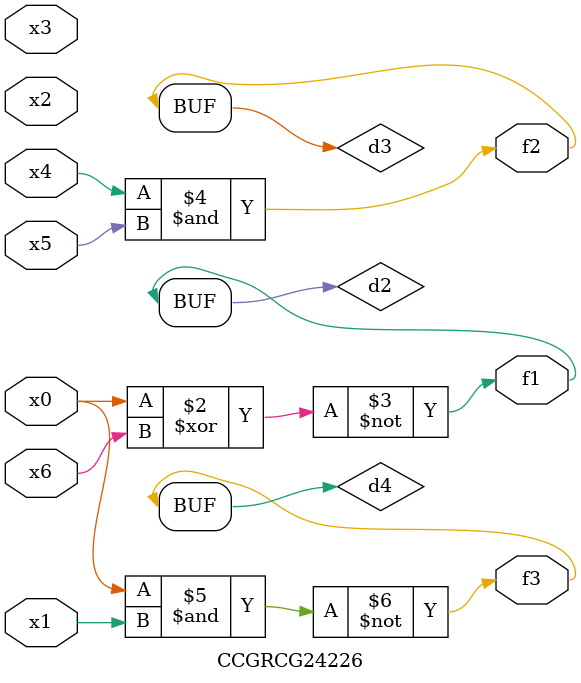
<source format=v>
module CCGRCG24226(
	input x0, x1, x2, x3, x4, x5, x6,
	output f1, f2, f3
);

	wire d1, d2, d3, d4;

	nor (d1, x0);
	xnor (d2, x0, x6);
	and (d3, x4, x5);
	nand (d4, x0, x1);
	assign f1 = d2;
	assign f2 = d3;
	assign f3 = d4;
endmodule

</source>
